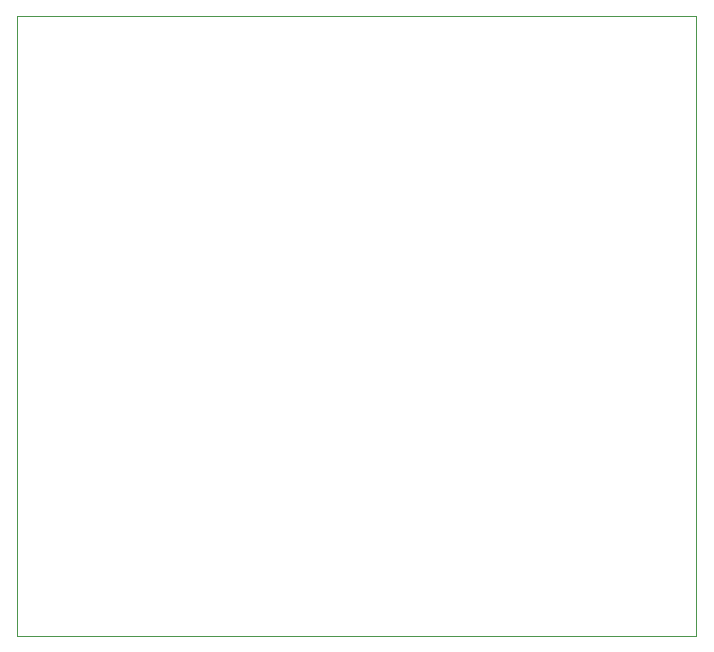
<source format=gbr>
%TF.GenerationSoftware,KiCad,Pcbnew,(6.0.8)*%
%TF.CreationDate,2022-10-07T14:48:36+09:00*%
%TF.ProjectId,Transmitter,5472616e-736d-4697-9474-65722e6b6963,rev?*%
%TF.SameCoordinates,Original*%
%TF.FileFunction,Profile,NP*%
%FSLAX46Y46*%
G04 Gerber Fmt 4.6, Leading zero omitted, Abs format (unit mm)*
G04 Created by KiCad (PCBNEW (6.0.8)) date 2022-10-07 14:48:36*
%MOMM*%
%LPD*%
G01*
G04 APERTURE LIST*
%TA.AperFunction,Profile*%
%ADD10C,0.050000*%
%TD*%
G04 APERTURE END LIST*
D10*
X172500000Y-122500000D02*
X117500000Y-122500000D01*
X172500000Y-122500000D02*
X175000000Y-122500000D01*
X175000000Y-70000000D02*
X175000000Y-120000000D01*
X175000000Y-122500000D02*
X175000000Y-120000000D01*
X120000000Y-70000000D02*
X175000000Y-70000000D01*
X117500000Y-122500000D02*
X117500000Y-72500000D01*
X117500000Y-70000000D02*
X120000000Y-70000000D01*
X117500000Y-72500000D02*
X117500000Y-70000000D01*
M02*

</source>
